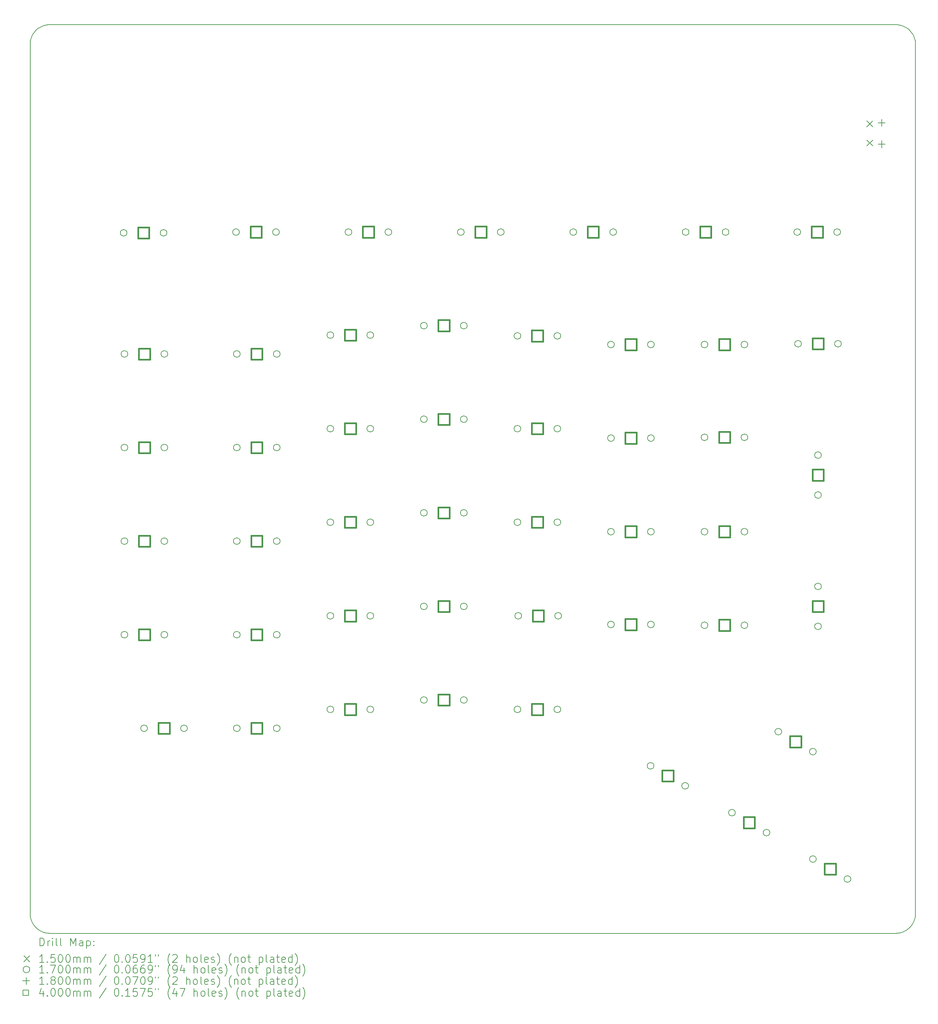
<source format=gbr>
%TF.GenerationSoftware,KiCad,Pcbnew,6.0.9-8da3e8f707~116~ubuntu20.04.1*%
%TF.CreationDate,2022-11-04T11:59:02+01:00*%
%TF.ProjectId,98keys-left,39386b65-7973-42d6-9c65-66742e6b6963,rev?*%
%TF.SameCoordinates,Original*%
%TF.FileFunction,Drillmap*%
%TF.FilePolarity,Positive*%
%FSLAX45Y45*%
G04 Gerber Fmt 4.5, Leading zero omitted, Abs format (unit mm)*
G04 Created by KiCad (PCBNEW 6.0.9-8da3e8f707~116~ubuntu20.04.1) date 2022-11-04 11:59:02*
%MOMM*%
%LPD*%
G01*
G04 APERTURE LIST*
%ADD10C,0.200000*%
%ADD11C,0.150000*%
%ADD12C,0.170000*%
%ADD13C,0.180000*%
%ADD14C,0.400000*%
G04 APERTURE END LIST*
D10*
X24559900Y-26942493D02*
X24558400Y-26981768D01*
X2087941Y-4607000D02*
X2107096Y-4572700D01*
X2306498Y-27388014D02*
X2272185Y-27368859D01*
X2208795Y-27322695D02*
X2179994Y-27296099D01*
X2129006Y-27236430D02*
X2107096Y-27203770D01*
X24464400Y-4540100D02*
X24486200Y-4572700D01*
X24384600Y-27322695D02*
X24353700Y-27347086D01*
X24321100Y-27368859D02*
X24286900Y-27388014D01*
X2057900Y-27096971D02*
X2047289Y-27059213D01*
X2071542Y-27133904D02*
X2057900Y-27096971D01*
X2208795Y-4453700D02*
X2239663Y-4429500D01*
X2129006Y-4540100D02*
X2153260Y-4509300D01*
X24521700Y-4642700D02*
X24535300Y-4679400D01*
X24099100Y-27441068D02*
X24059800Y-27442584D01*
X2378983Y-27418055D02*
X2342189Y-27404550D01*
X2035024Y-26981768D02*
X2033508Y-26942493D01*
X24138100Y-4340200D02*
X24176500Y-4347800D01*
X24176500Y-27428666D02*
X24138100Y-27436383D01*
X24286900Y-27388014D02*
X24251200Y-27404550D01*
X24321100Y-4407600D02*
X24353700Y-4429500D01*
X24251200Y-4372000D02*
X24286900Y-4388400D01*
X2039710Y-27020768D02*
X2035024Y-26981768D01*
X2239663Y-27347086D02*
X2208795Y-27322695D01*
X2153260Y-4509300D02*
X2179994Y-4480500D01*
X24440000Y-27267160D02*
X24413400Y-27296099D01*
X2533598Y-4334000D02*
X24059800Y-4334000D01*
X24521700Y-27133904D02*
X24505300Y-27169595D01*
X24440000Y-4509300D02*
X24464400Y-4540100D01*
X2455190Y-4340200D02*
X2494186Y-4335500D01*
X24138100Y-27436383D02*
X24099100Y-27441068D01*
X24559900Y-4834100D02*
X24559900Y-26942493D01*
X2153260Y-27267160D02*
X2129006Y-27236430D01*
X24486200Y-27203770D02*
X24464400Y-27236430D01*
X2107096Y-4572700D02*
X2129006Y-4540100D01*
X24353700Y-27347086D02*
X24321100Y-27368859D01*
X24558400Y-4794700D02*
X24559900Y-4834100D01*
X2378983Y-4358400D02*
X2416740Y-4347800D01*
X2035024Y-4794700D02*
X2039710Y-4755700D01*
X2057900Y-4679400D02*
X2071542Y-4642700D01*
X2087941Y-27169595D02*
X2071542Y-27133904D01*
X2033508Y-4834100D02*
X2035024Y-4794700D01*
X2179994Y-27296099D02*
X2153260Y-27267160D01*
X24099100Y-4335500D02*
X24138100Y-4340200D01*
X24251200Y-27404550D02*
X24214400Y-27418055D01*
X2416740Y-4347800D02*
X2455190Y-4340200D01*
X24413400Y-27296099D02*
X24384600Y-27322695D01*
X24546100Y-4717200D02*
X24553700Y-4755700D01*
X2494186Y-27441068D02*
X2455190Y-27436383D01*
X2179994Y-4480500D02*
X2208795Y-4453700D01*
X24353700Y-4429500D02*
X24384600Y-4453700D01*
X24505300Y-27169595D02*
X24486200Y-27203770D01*
X2039710Y-4755700D02*
X2047289Y-4717200D01*
X2033508Y-26942493D02*
X2033508Y-4834100D01*
X2071542Y-4642700D02*
X2087941Y-4607000D01*
X2494186Y-4335500D02*
X2533598Y-4334000D01*
X2047289Y-4717200D02*
X2057900Y-4679400D01*
X24286900Y-4388400D02*
X24321100Y-4407600D01*
X2047289Y-27059213D02*
X2039710Y-27020768D01*
X2107096Y-27203770D02*
X2087941Y-27169595D01*
X24535300Y-4679400D02*
X24546100Y-4717200D01*
X2306498Y-4388400D02*
X2342189Y-4372000D01*
X2239663Y-4429500D02*
X2272185Y-4407600D01*
X24553700Y-4755700D02*
X24558400Y-4794700D01*
X24214400Y-27418055D02*
X24176500Y-27428666D01*
X24214400Y-4358400D02*
X24251200Y-4372000D01*
X2455190Y-27436383D02*
X2416740Y-27428666D01*
X2272185Y-4407600D02*
X2306498Y-4388400D01*
X24535300Y-27096971D02*
X24521700Y-27133904D01*
X2272185Y-27368859D02*
X2239663Y-27347086D01*
X24413400Y-4480500D02*
X24440000Y-4509300D01*
X24464400Y-27236430D02*
X24440000Y-27267160D01*
X24176500Y-4347800D02*
X24214400Y-4358400D01*
X24486200Y-4572700D02*
X24505300Y-4607000D01*
X24059800Y-4334000D02*
X24099100Y-4335500D01*
X2533598Y-27442584D02*
X2494186Y-27441068D01*
X2416740Y-27428666D02*
X2378983Y-27418055D01*
X24558400Y-26981768D02*
X24553700Y-27020768D01*
X24546100Y-27059213D02*
X24535300Y-27096971D01*
X24059800Y-27442584D02*
X2533598Y-27442584D01*
X24505300Y-4607000D02*
X24521700Y-4642700D01*
X2342189Y-4372000D02*
X2378983Y-4358400D01*
X2342189Y-27404550D02*
X2306498Y-27388014D01*
X24553700Y-27020768D02*
X24546100Y-27059213D01*
X24384600Y-4453700D02*
X24413400Y-4480500D01*
D11*
X23322000Y-6782500D02*
X23472000Y-6932500D01*
X23472000Y-6782500D02*
X23322000Y-6932500D01*
X23322000Y-7267500D02*
X23472000Y-7417500D01*
X23472000Y-7267500D02*
X23322000Y-7417500D01*
D12*
X4497000Y-9628000D02*
G75*
G03*
X4497000Y-9628000I-85000J0D01*
G01*
X4517000Y-12708000D02*
G75*
G03*
X4517000Y-12708000I-85000J0D01*
G01*
X4517000Y-15088000D02*
G75*
G03*
X4517000Y-15088000I-85000J0D01*
G01*
X4517000Y-17468000D02*
G75*
G03*
X4517000Y-17468000I-85000J0D01*
G01*
X4517000Y-19848000D02*
G75*
G03*
X4517000Y-19848000I-85000J0D01*
G01*
X5017000Y-22228000D02*
G75*
G03*
X5017000Y-22228000I-85000J0D01*
G01*
X5513000Y-9628000D02*
G75*
G03*
X5513000Y-9628000I-85000J0D01*
G01*
X5533000Y-12708000D02*
G75*
G03*
X5533000Y-12708000I-85000J0D01*
G01*
X5533000Y-15088000D02*
G75*
G03*
X5533000Y-15088000I-85000J0D01*
G01*
X5533000Y-17468000D02*
G75*
G03*
X5533000Y-17468000I-85000J0D01*
G01*
X5533000Y-19848000D02*
G75*
G03*
X5533000Y-19848000I-85000J0D01*
G01*
X6033000Y-22228000D02*
G75*
G03*
X6033000Y-22228000I-85000J0D01*
G01*
X7357000Y-9608000D02*
G75*
G03*
X7357000Y-9608000I-85000J0D01*
G01*
X7377000Y-12708000D02*
G75*
G03*
X7377000Y-12708000I-85000J0D01*
G01*
X7377000Y-15088000D02*
G75*
G03*
X7377000Y-15088000I-85000J0D01*
G01*
X7377000Y-17468000D02*
G75*
G03*
X7377000Y-17468000I-85000J0D01*
G01*
X7377000Y-19848000D02*
G75*
G03*
X7377000Y-19848000I-85000J0D01*
G01*
X7377000Y-22228000D02*
G75*
G03*
X7377000Y-22228000I-85000J0D01*
G01*
X8373000Y-9608000D02*
G75*
G03*
X8373000Y-9608000I-85000J0D01*
G01*
X8393000Y-12708000D02*
G75*
G03*
X8393000Y-12708000I-85000J0D01*
G01*
X8393000Y-15088000D02*
G75*
G03*
X8393000Y-15088000I-85000J0D01*
G01*
X8393000Y-17468000D02*
G75*
G03*
X8393000Y-17468000I-85000J0D01*
G01*
X8393000Y-19848000D02*
G75*
G03*
X8393000Y-19848000I-85000J0D01*
G01*
X8393000Y-22228000D02*
G75*
G03*
X8393000Y-22228000I-85000J0D01*
G01*
X9757000Y-12228000D02*
G75*
G03*
X9757000Y-12228000I-85000J0D01*
G01*
X9757000Y-14608000D02*
G75*
G03*
X9757000Y-14608000I-85000J0D01*
G01*
X9757000Y-16988000D02*
G75*
G03*
X9757000Y-16988000I-85000J0D01*
G01*
X9757000Y-19368000D02*
G75*
G03*
X9757000Y-19368000I-85000J0D01*
G01*
X9757000Y-21748000D02*
G75*
G03*
X9757000Y-21748000I-85000J0D01*
G01*
X10217000Y-9608000D02*
G75*
G03*
X10217000Y-9608000I-85000J0D01*
G01*
X10773000Y-12228000D02*
G75*
G03*
X10773000Y-12228000I-85000J0D01*
G01*
X10773000Y-14608000D02*
G75*
G03*
X10773000Y-14608000I-85000J0D01*
G01*
X10773000Y-16988000D02*
G75*
G03*
X10773000Y-16988000I-85000J0D01*
G01*
X10773000Y-19368000D02*
G75*
G03*
X10773000Y-19368000I-85000J0D01*
G01*
X10773000Y-21748000D02*
G75*
G03*
X10773000Y-21748000I-85000J0D01*
G01*
X11233000Y-9608000D02*
G75*
G03*
X11233000Y-9608000I-85000J0D01*
G01*
X12137000Y-11988000D02*
G75*
G03*
X12137000Y-11988000I-85000J0D01*
G01*
X12137000Y-14368000D02*
G75*
G03*
X12137000Y-14368000I-85000J0D01*
G01*
X12137000Y-16748000D02*
G75*
G03*
X12137000Y-16748000I-85000J0D01*
G01*
X12137000Y-19128000D02*
G75*
G03*
X12137000Y-19128000I-85000J0D01*
G01*
X12137000Y-21508000D02*
G75*
G03*
X12137000Y-21508000I-85000J0D01*
G01*
X13077000Y-9608000D02*
G75*
G03*
X13077000Y-9608000I-85000J0D01*
G01*
X13153000Y-11988000D02*
G75*
G03*
X13153000Y-11988000I-85000J0D01*
G01*
X13153000Y-14368000D02*
G75*
G03*
X13153000Y-14368000I-85000J0D01*
G01*
X13153000Y-16748000D02*
G75*
G03*
X13153000Y-16748000I-85000J0D01*
G01*
X13153000Y-19128000D02*
G75*
G03*
X13153000Y-19128000I-85000J0D01*
G01*
X13153000Y-21508000D02*
G75*
G03*
X13153000Y-21508000I-85000J0D01*
G01*
X14093000Y-9608000D02*
G75*
G03*
X14093000Y-9608000I-85000J0D01*
G01*
X14517000Y-12248000D02*
G75*
G03*
X14517000Y-12248000I-85000J0D01*
G01*
X14517000Y-14608000D02*
G75*
G03*
X14517000Y-14608000I-85000J0D01*
G01*
X14517000Y-16988000D02*
G75*
G03*
X14517000Y-16988000I-85000J0D01*
G01*
X14517000Y-21748000D02*
G75*
G03*
X14517000Y-21748000I-85000J0D01*
G01*
X14537000Y-19368000D02*
G75*
G03*
X14537000Y-19368000I-85000J0D01*
G01*
X15533000Y-12248000D02*
G75*
G03*
X15533000Y-12248000I-85000J0D01*
G01*
X15533000Y-14608000D02*
G75*
G03*
X15533000Y-14608000I-85000J0D01*
G01*
X15533000Y-16988000D02*
G75*
G03*
X15533000Y-16988000I-85000J0D01*
G01*
X15533000Y-21748000D02*
G75*
G03*
X15533000Y-21748000I-85000J0D01*
G01*
X15553000Y-19368000D02*
G75*
G03*
X15553000Y-19368000I-85000J0D01*
G01*
X15937000Y-9608000D02*
G75*
G03*
X15937000Y-9608000I-85000J0D01*
G01*
X16897000Y-12468000D02*
G75*
G03*
X16897000Y-12468000I-85000J0D01*
G01*
X16897000Y-14848000D02*
G75*
G03*
X16897000Y-14848000I-85000J0D01*
G01*
X16897000Y-17228000D02*
G75*
G03*
X16897000Y-17228000I-85000J0D01*
G01*
X16897000Y-19588000D02*
G75*
G03*
X16897000Y-19588000I-85000J0D01*
G01*
X16953000Y-9608000D02*
G75*
G03*
X16953000Y-9608000I-85000J0D01*
G01*
X17905089Y-23184041D02*
G75*
G03*
X17905089Y-23184041I-85000J0D01*
G01*
X17913000Y-12468000D02*
G75*
G03*
X17913000Y-12468000I-85000J0D01*
G01*
X17913000Y-14848000D02*
G75*
G03*
X17913000Y-14848000I-85000J0D01*
G01*
X17913000Y-17228000D02*
G75*
G03*
X17913000Y-17228000I-85000J0D01*
G01*
X17913000Y-19588000D02*
G75*
G03*
X17913000Y-19588000I-85000J0D01*
G01*
X18784971Y-23692041D02*
G75*
G03*
X18784971Y-23692041I-85000J0D01*
G01*
X18797000Y-9608000D02*
G75*
G03*
X18797000Y-9608000I-85000J0D01*
G01*
X19277000Y-12468000D02*
G75*
G03*
X19277000Y-12468000I-85000J0D01*
G01*
X19277000Y-14828000D02*
G75*
G03*
X19277000Y-14828000I-85000J0D01*
G01*
X19277000Y-17228000D02*
G75*
G03*
X19277000Y-17228000I-85000J0D01*
G01*
X19277000Y-19608000D02*
G75*
G03*
X19277000Y-19608000I-85000J0D01*
G01*
X19813000Y-9608000D02*
G75*
G03*
X19813000Y-9608000I-85000J0D01*
G01*
X19975089Y-24374041D02*
G75*
G03*
X19975089Y-24374041I-85000J0D01*
G01*
X20293000Y-12468000D02*
G75*
G03*
X20293000Y-12468000I-85000J0D01*
G01*
X20293000Y-14828000D02*
G75*
G03*
X20293000Y-14828000I-85000J0D01*
G01*
X20293000Y-17228000D02*
G75*
G03*
X20293000Y-17228000I-85000J0D01*
G01*
X20293000Y-19608000D02*
G75*
G03*
X20293000Y-19608000I-85000J0D01*
G01*
X20854971Y-24882041D02*
G75*
G03*
X20854971Y-24882041I-85000J0D01*
G01*
X21155089Y-22314041D02*
G75*
G03*
X21155089Y-22314041I-85000J0D01*
G01*
X21637000Y-9608000D02*
G75*
G03*
X21637000Y-9608000I-85000J0D01*
G01*
X21657000Y-12448000D02*
G75*
G03*
X21657000Y-12448000I-85000J0D01*
G01*
X22034971Y-22822041D02*
G75*
G03*
X22034971Y-22822041I-85000J0D01*
G01*
X22035089Y-25554041D02*
G75*
G03*
X22035089Y-25554041I-85000J0D01*
G01*
X22165000Y-15280000D02*
G75*
G03*
X22165000Y-15280000I-85000J0D01*
G01*
X22165000Y-16296000D02*
G75*
G03*
X22165000Y-16296000I-85000J0D01*
G01*
X22165000Y-18620000D02*
G75*
G03*
X22165000Y-18620000I-85000J0D01*
G01*
X22165000Y-19636000D02*
G75*
G03*
X22165000Y-19636000I-85000J0D01*
G01*
X22653000Y-9608000D02*
G75*
G03*
X22653000Y-9608000I-85000J0D01*
G01*
X22673000Y-12448000D02*
G75*
G03*
X22673000Y-12448000I-85000J0D01*
G01*
X22914970Y-26062041D02*
G75*
G03*
X22914970Y-26062041I-85000J0D01*
G01*
D13*
X23700000Y-6737500D02*
X23700000Y-6917500D01*
X23610000Y-6827500D02*
X23790000Y-6827500D01*
X23700000Y-7282500D02*
X23700000Y-7462500D01*
X23610000Y-7372500D02*
X23790000Y-7372500D01*
D14*
X5061423Y-9769423D02*
X5061423Y-9486577D01*
X4778577Y-9486577D01*
X4778577Y-9769423D01*
X5061423Y-9769423D01*
X5081423Y-12849423D02*
X5081423Y-12566577D01*
X4798577Y-12566577D01*
X4798577Y-12849423D01*
X5081423Y-12849423D01*
X5081423Y-15229423D02*
X5081423Y-14946577D01*
X4798577Y-14946577D01*
X4798577Y-15229423D01*
X5081423Y-15229423D01*
X5081423Y-17609423D02*
X5081423Y-17326577D01*
X4798577Y-17326577D01*
X4798577Y-17609423D01*
X5081423Y-17609423D01*
X5081423Y-19989423D02*
X5081423Y-19706577D01*
X4798577Y-19706577D01*
X4798577Y-19989423D01*
X5081423Y-19989423D01*
X5581423Y-22369423D02*
X5581423Y-22086577D01*
X5298577Y-22086577D01*
X5298577Y-22369423D01*
X5581423Y-22369423D01*
X7921423Y-9749423D02*
X7921423Y-9466577D01*
X7638577Y-9466577D01*
X7638577Y-9749423D01*
X7921423Y-9749423D01*
X7941423Y-12849423D02*
X7941423Y-12566577D01*
X7658577Y-12566577D01*
X7658577Y-12849423D01*
X7941423Y-12849423D01*
X7941423Y-15229423D02*
X7941423Y-14946577D01*
X7658577Y-14946577D01*
X7658577Y-15229423D01*
X7941423Y-15229423D01*
X7941423Y-17609423D02*
X7941423Y-17326577D01*
X7658577Y-17326577D01*
X7658577Y-17609423D01*
X7941423Y-17609423D01*
X7941423Y-19989423D02*
X7941423Y-19706577D01*
X7658577Y-19706577D01*
X7658577Y-19989423D01*
X7941423Y-19989423D01*
X7941423Y-22369423D02*
X7941423Y-22086577D01*
X7658577Y-22086577D01*
X7658577Y-22369423D01*
X7941423Y-22369423D01*
X10321423Y-12369423D02*
X10321423Y-12086577D01*
X10038577Y-12086577D01*
X10038577Y-12369423D01*
X10321423Y-12369423D01*
X10321423Y-14749423D02*
X10321423Y-14466577D01*
X10038577Y-14466577D01*
X10038577Y-14749423D01*
X10321423Y-14749423D01*
X10321423Y-17129423D02*
X10321423Y-16846577D01*
X10038577Y-16846577D01*
X10038577Y-17129423D01*
X10321423Y-17129423D01*
X10321423Y-19509423D02*
X10321423Y-19226577D01*
X10038577Y-19226577D01*
X10038577Y-19509423D01*
X10321423Y-19509423D01*
X10321423Y-21889423D02*
X10321423Y-21606577D01*
X10038577Y-21606577D01*
X10038577Y-21889423D01*
X10321423Y-21889423D01*
X10781423Y-9749423D02*
X10781423Y-9466577D01*
X10498577Y-9466577D01*
X10498577Y-9749423D01*
X10781423Y-9749423D01*
X12701423Y-12129423D02*
X12701423Y-11846577D01*
X12418577Y-11846577D01*
X12418577Y-12129423D01*
X12701423Y-12129423D01*
X12701423Y-14509423D02*
X12701423Y-14226577D01*
X12418577Y-14226577D01*
X12418577Y-14509423D01*
X12701423Y-14509423D01*
X12701423Y-16889423D02*
X12701423Y-16606577D01*
X12418577Y-16606577D01*
X12418577Y-16889423D01*
X12701423Y-16889423D01*
X12701423Y-19269423D02*
X12701423Y-18986577D01*
X12418577Y-18986577D01*
X12418577Y-19269423D01*
X12701423Y-19269423D01*
X12701423Y-21649423D02*
X12701423Y-21366577D01*
X12418577Y-21366577D01*
X12418577Y-21649423D01*
X12701423Y-21649423D01*
X13641423Y-9749423D02*
X13641423Y-9466577D01*
X13358577Y-9466577D01*
X13358577Y-9749423D01*
X13641423Y-9749423D01*
X15081423Y-12389423D02*
X15081423Y-12106577D01*
X14798577Y-12106577D01*
X14798577Y-12389423D01*
X15081423Y-12389423D01*
X15081423Y-14749423D02*
X15081423Y-14466577D01*
X14798577Y-14466577D01*
X14798577Y-14749423D01*
X15081423Y-14749423D01*
X15081423Y-17129423D02*
X15081423Y-16846577D01*
X14798577Y-16846577D01*
X14798577Y-17129423D01*
X15081423Y-17129423D01*
X15081423Y-21889423D02*
X15081423Y-21606577D01*
X14798577Y-21606577D01*
X14798577Y-21889423D01*
X15081423Y-21889423D01*
X15101423Y-19509423D02*
X15101423Y-19226577D01*
X14818577Y-19226577D01*
X14818577Y-19509423D01*
X15101423Y-19509423D01*
X16501423Y-9749423D02*
X16501423Y-9466577D01*
X16218577Y-9466577D01*
X16218577Y-9749423D01*
X16501423Y-9749423D01*
X17461423Y-12609423D02*
X17461423Y-12326577D01*
X17178577Y-12326577D01*
X17178577Y-12609423D01*
X17461423Y-12609423D01*
X17461423Y-14989423D02*
X17461423Y-14706577D01*
X17178577Y-14706577D01*
X17178577Y-14989423D01*
X17461423Y-14989423D01*
X17461423Y-17369423D02*
X17461423Y-17086577D01*
X17178577Y-17086577D01*
X17178577Y-17369423D01*
X17461423Y-17369423D01*
X17461423Y-19729423D02*
X17461423Y-19446577D01*
X17178577Y-19446577D01*
X17178577Y-19729423D01*
X17461423Y-19729423D01*
X18401452Y-23579464D02*
X18401452Y-23296618D01*
X18118607Y-23296618D01*
X18118607Y-23579464D01*
X18401452Y-23579464D01*
X19361423Y-9749423D02*
X19361423Y-9466577D01*
X19078577Y-9466577D01*
X19078577Y-9749423D01*
X19361423Y-9749423D01*
X19841423Y-12609423D02*
X19841423Y-12326577D01*
X19558577Y-12326577D01*
X19558577Y-12609423D01*
X19841423Y-12609423D01*
X19841423Y-14969423D02*
X19841423Y-14686577D01*
X19558577Y-14686577D01*
X19558577Y-14969423D01*
X19841423Y-14969423D01*
X19841423Y-17369423D02*
X19841423Y-17086577D01*
X19558577Y-17086577D01*
X19558577Y-17369423D01*
X19841423Y-17369423D01*
X19841423Y-19749423D02*
X19841423Y-19466577D01*
X19558577Y-19466577D01*
X19558577Y-19749423D01*
X19841423Y-19749423D01*
X20471452Y-24769464D02*
X20471452Y-24486618D01*
X20188607Y-24486618D01*
X20188607Y-24769464D01*
X20471452Y-24769464D01*
X21651452Y-22709464D02*
X21651452Y-22426618D01*
X21368607Y-22426618D01*
X21368607Y-22709464D01*
X21651452Y-22709464D01*
X22201423Y-9749423D02*
X22201423Y-9466577D01*
X21918577Y-9466577D01*
X21918577Y-9749423D01*
X22201423Y-9749423D01*
X22221423Y-12589423D02*
X22221423Y-12306577D01*
X21938577Y-12306577D01*
X21938577Y-12589423D01*
X22221423Y-12589423D01*
X22221423Y-15929423D02*
X22221423Y-15646577D01*
X21938577Y-15646577D01*
X21938577Y-15929423D01*
X22221423Y-15929423D01*
X22221423Y-19269423D02*
X22221423Y-18986577D01*
X21938577Y-18986577D01*
X21938577Y-19269423D01*
X22221423Y-19269423D01*
X22531452Y-25949464D02*
X22531452Y-25666618D01*
X22248607Y-25666618D01*
X22248607Y-25949464D01*
X22531452Y-25949464D01*
D10*
X2281127Y-27763060D02*
X2281127Y-27563060D01*
X2328746Y-27563060D01*
X2357318Y-27572584D01*
X2376366Y-27591632D01*
X2385889Y-27610679D01*
X2395413Y-27648775D01*
X2395413Y-27677346D01*
X2385889Y-27715441D01*
X2376366Y-27734489D01*
X2357318Y-27753537D01*
X2328746Y-27763060D01*
X2281127Y-27763060D01*
X2481127Y-27763060D02*
X2481127Y-27629727D01*
X2481127Y-27667822D02*
X2490651Y-27648775D01*
X2500175Y-27639251D01*
X2519223Y-27629727D01*
X2538270Y-27629727D01*
X2604937Y-27763060D02*
X2604937Y-27629727D01*
X2604937Y-27563060D02*
X2595413Y-27572584D01*
X2604937Y-27582108D01*
X2614461Y-27572584D01*
X2604937Y-27563060D01*
X2604937Y-27582108D01*
X2728746Y-27763060D02*
X2709699Y-27753537D01*
X2700175Y-27734489D01*
X2700175Y-27563060D01*
X2833508Y-27763060D02*
X2814461Y-27753537D01*
X2804937Y-27734489D01*
X2804937Y-27563060D01*
X3062080Y-27763060D02*
X3062080Y-27563060D01*
X3128746Y-27705918D01*
X3195413Y-27563060D01*
X3195413Y-27763060D01*
X3376365Y-27763060D02*
X3376365Y-27658298D01*
X3366842Y-27639251D01*
X3347794Y-27629727D01*
X3309699Y-27629727D01*
X3290651Y-27639251D01*
X3376365Y-27753537D02*
X3357318Y-27763060D01*
X3309699Y-27763060D01*
X3290651Y-27753537D01*
X3281127Y-27734489D01*
X3281127Y-27715441D01*
X3290651Y-27696394D01*
X3309699Y-27686870D01*
X3357318Y-27686870D01*
X3376365Y-27677346D01*
X3471604Y-27629727D02*
X3471604Y-27829727D01*
X3471604Y-27639251D02*
X3490651Y-27629727D01*
X3528746Y-27629727D01*
X3547794Y-27639251D01*
X3557318Y-27648775D01*
X3566842Y-27667822D01*
X3566842Y-27724965D01*
X3557318Y-27744013D01*
X3547794Y-27753537D01*
X3528746Y-27763060D01*
X3490651Y-27763060D01*
X3471604Y-27753537D01*
X3652556Y-27744013D02*
X3662080Y-27753537D01*
X3652556Y-27763060D01*
X3643032Y-27753537D01*
X3652556Y-27744013D01*
X3652556Y-27763060D01*
X3652556Y-27639251D02*
X3662080Y-27648775D01*
X3652556Y-27658298D01*
X3643032Y-27648775D01*
X3652556Y-27639251D01*
X3652556Y-27658298D01*
D11*
X1873508Y-28017584D02*
X2023508Y-28167584D01*
X2023508Y-28017584D02*
X1873508Y-28167584D01*
D10*
X2385889Y-28183060D02*
X2271604Y-28183060D01*
X2328746Y-28183060D02*
X2328746Y-27983060D01*
X2309699Y-28011632D01*
X2290651Y-28030679D01*
X2271604Y-28040203D01*
X2471604Y-28164013D02*
X2481127Y-28173537D01*
X2471604Y-28183060D01*
X2462080Y-28173537D01*
X2471604Y-28164013D01*
X2471604Y-28183060D01*
X2662080Y-27983060D02*
X2566842Y-27983060D01*
X2557318Y-28078298D01*
X2566842Y-28068775D01*
X2585889Y-28059251D01*
X2633508Y-28059251D01*
X2652556Y-28068775D01*
X2662080Y-28078298D01*
X2671604Y-28097346D01*
X2671604Y-28144965D01*
X2662080Y-28164013D01*
X2652556Y-28173537D01*
X2633508Y-28183060D01*
X2585889Y-28183060D01*
X2566842Y-28173537D01*
X2557318Y-28164013D01*
X2795413Y-27983060D02*
X2814461Y-27983060D01*
X2833508Y-27992584D01*
X2843032Y-28002108D01*
X2852556Y-28021156D01*
X2862080Y-28059251D01*
X2862080Y-28106870D01*
X2852556Y-28144965D01*
X2843032Y-28164013D01*
X2833508Y-28173537D01*
X2814461Y-28183060D01*
X2795413Y-28183060D01*
X2776366Y-28173537D01*
X2766842Y-28164013D01*
X2757318Y-28144965D01*
X2747794Y-28106870D01*
X2747794Y-28059251D01*
X2757318Y-28021156D01*
X2766842Y-28002108D01*
X2776366Y-27992584D01*
X2795413Y-27983060D01*
X2985889Y-27983060D02*
X3004937Y-27983060D01*
X3023984Y-27992584D01*
X3033508Y-28002108D01*
X3043032Y-28021156D01*
X3052556Y-28059251D01*
X3052556Y-28106870D01*
X3043032Y-28144965D01*
X3033508Y-28164013D01*
X3023984Y-28173537D01*
X3004937Y-28183060D01*
X2985889Y-28183060D01*
X2966842Y-28173537D01*
X2957318Y-28164013D01*
X2947794Y-28144965D01*
X2938270Y-28106870D01*
X2938270Y-28059251D01*
X2947794Y-28021156D01*
X2957318Y-28002108D01*
X2966842Y-27992584D01*
X2985889Y-27983060D01*
X3138270Y-28183060D02*
X3138270Y-28049727D01*
X3138270Y-28068775D02*
X3147794Y-28059251D01*
X3166842Y-28049727D01*
X3195413Y-28049727D01*
X3214461Y-28059251D01*
X3223984Y-28078298D01*
X3223984Y-28183060D01*
X3223984Y-28078298D02*
X3233508Y-28059251D01*
X3252556Y-28049727D01*
X3281127Y-28049727D01*
X3300175Y-28059251D01*
X3309699Y-28078298D01*
X3309699Y-28183060D01*
X3404937Y-28183060D02*
X3404937Y-28049727D01*
X3404937Y-28068775D02*
X3414461Y-28059251D01*
X3433508Y-28049727D01*
X3462080Y-28049727D01*
X3481127Y-28059251D01*
X3490651Y-28078298D01*
X3490651Y-28183060D01*
X3490651Y-28078298D02*
X3500175Y-28059251D01*
X3519223Y-28049727D01*
X3547794Y-28049727D01*
X3566842Y-28059251D01*
X3576365Y-28078298D01*
X3576365Y-28183060D01*
X3966842Y-27973537D02*
X3795413Y-28230679D01*
X4223985Y-27983060D02*
X4243032Y-27983060D01*
X4262080Y-27992584D01*
X4271604Y-28002108D01*
X4281127Y-28021156D01*
X4290651Y-28059251D01*
X4290651Y-28106870D01*
X4281127Y-28144965D01*
X4271604Y-28164013D01*
X4262080Y-28173537D01*
X4243032Y-28183060D01*
X4223985Y-28183060D01*
X4204937Y-28173537D01*
X4195413Y-28164013D01*
X4185889Y-28144965D01*
X4176365Y-28106870D01*
X4176365Y-28059251D01*
X4185889Y-28021156D01*
X4195413Y-28002108D01*
X4204937Y-27992584D01*
X4223985Y-27983060D01*
X4376366Y-28164013D02*
X4385889Y-28173537D01*
X4376366Y-28183060D01*
X4366842Y-28173537D01*
X4376366Y-28164013D01*
X4376366Y-28183060D01*
X4509699Y-27983060D02*
X4528746Y-27983060D01*
X4547794Y-27992584D01*
X4557318Y-28002108D01*
X4566842Y-28021156D01*
X4576366Y-28059251D01*
X4576366Y-28106870D01*
X4566842Y-28144965D01*
X4557318Y-28164013D01*
X4547794Y-28173537D01*
X4528746Y-28183060D01*
X4509699Y-28183060D01*
X4490651Y-28173537D01*
X4481127Y-28164013D01*
X4471604Y-28144965D01*
X4462080Y-28106870D01*
X4462080Y-28059251D01*
X4471604Y-28021156D01*
X4481127Y-28002108D01*
X4490651Y-27992584D01*
X4509699Y-27983060D01*
X4757318Y-27983060D02*
X4662080Y-27983060D01*
X4652556Y-28078298D01*
X4662080Y-28068775D01*
X4681127Y-28059251D01*
X4728746Y-28059251D01*
X4747794Y-28068775D01*
X4757318Y-28078298D01*
X4766842Y-28097346D01*
X4766842Y-28144965D01*
X4757318Y-28164013D01*
X4747794Y-28173537D01*
X4728746Y-28183060D01*
X4681127Y-28183060D01*
X4662080Y-28173537D01*
X4652556Y-28164013D01*
X4862080Y-28183060D02*
X4900175Y-28183060D01*
X4919223Y-28173537D01*
X4928746Y-28164013D01*
X4947794Y-28135441D01*
X4957318Y-28097346D01*
X4957318Y-28021156D01*
X4947794Y-28002108D01*
X4938270Y-27992584D01*
X4919223Y-27983060D01*
X4881127Y-27983060D01*
X4862080Y-27992584D01*
X4852556Y-28002108D01*
X4843032Y-28021156D01*
X4843032Y-28068775D01*
X4852556Y-28087822D01*
X4862080Y-28097346D01*
X4881127Y-28106870D01*
X4919223Y-28106870D01*
X4938270Y-28097346D01*
X4947794Y-28087822D01*
X4957318Y-28068775D01*
X5147794Y-28183060D02*
X5033508Y-28183060D01*
X5090651Y-28183060D02*
X5090651Y-27983060D01*
X5071604Y-28011632D01*
X5052556Y-28030679D01*
X5033508Y-28040203D01*
X5223985Y-27983060D02*
X5223985Y-28021156D01*
X5300175Y-27983060D02*
X5300175Y-28021156D01*
X5595413Y-28259251D02*
X5585889Y-28249727D01*
X5566842Y-28221156D01*
X5557318Y-28202108D01*
X5547794Y-28173537D01*
X5538270Y-28125918D01*
X5538270Y-28087822D01*
X5547794Y-28040203D01*
X5557318Y-28011632D01*
X5566842Y-27992584D01*
X5585889Y-27964013D01*
X5595413Y-27954489D01*
X5662080Y-28002108D02*
X5671604Y-27992584D01*
X5690651Y-27983060D01*
X5738270Y-27983060D01*
X5757318Y-27992584D01*
X5766842Y-28002108D01*
X5776365Y-28021156D01*
X5776365Y-28040203D01*
X5766842Y-28068775D01*
X5652556Y-28183060D01*
X5776365Y-28183060D01*
X6014461Y-28183060D02*
X6014461Y-27983060D01*
X6100175Y-28183060D02*
X6100175Y-28078298D01*
X6090651Y-28059251D01*
X6071604Y-28049727D01*
X6043032Y-28049727D01*
X6023984Y-28059251D01*
X6014461Y-28068775D01*
X6223984Y-28183060D02*
X6204937Y-28173537D01*
X6195413Y-28164013D01*
X6185889Y-28144965D01*
X6185889Y-28087822D01*
X6195413Y-28068775D01*
X6204937Y-28059251D01*
X6223984Y-28049727D01*
X6252556Y-28049727D01*
X6271604Y-28059251D01*
X6281127Y-28068775D01*
X6290651Y-28087822D01*
X6290651Y-28144965D01*
X6281127Y-28164013D01*
X6271604Y-28173537D01*
X6252556Y-28183060D01*
X6223984Y-28183060D01*
X6404937Y-28183060D02*
X6385889Y-28173537D01*
X6376365Y-28154489D01*
X6376365Y-27983060D01*
X6557318Y-28173537D02*
X6538270Y-28183060D01*
X6500175Y-28183060D01*
X6481127Y-28173537D01*
X6471604Y-28154489D01*
X6471604Y-28078298D01*
X6481127Y-28059251D01*
X6500175Y-28049727D01*
X6538270Y-28049727D01*
X6557318Y-28059251D01*
X6566842Y-28078298D01*
X6566842Y-28097346D01*
X6471604Y-28116394D01*
X6643032Y-28173537D02*
X6662080Y-28183060D01*
X6700175Y-28183060D01*
X6719223Y-28173537D01*
X6728746Y-28154489D01*
X6728746Y-28144965D01*
X6719223Y-28125918D01*
X6700175Y-28116394D01*
X6671604Y-28116394D01*
X6652556Y-28106870D01*
X6643032Y-28087822D01*
X6643032Y-28078298D01*
X6652556Y-28059251D01*
X6671604Y-28049727D01*
X6700175Y-28049727D01*
X6719223Y-28059251D01*
X6795413Y-28259251D02*
X6804937Y-28249727D01*
X6823984Y-28221156D01*
X6833508Y-28202108D01*
X6843032Y-28173537D01*
X6852556Y-28125918D01*
X6852556Y-28087822D01*
X6843032Y-28040203D01*
X6833508Y-28011632D01*
X6823984Y-27992584D01*
X6804937Y-27964013D01*
X6795413Y-27954489D01*
X7157318Y-28259251D02*
X7147794Y-28249727D01*
X7128746Y-28221156D01*
X7119223Y-28202108D01*
X7109699Y-28173537D01*
X7100175Y-28125918D01*
X7100175Y-28087822D01*
X7109699Y-28040203D01*
X7119223Y-28011632D01*
X7128746Y-27992584D01*
X7147794Y-27964013D01*
X7157318Y-27954489D01*
X7233508Y-28049727D02*
X7233508Y-28183060D01*
X7233508Y-28068775D02*
X7243032Y-28059251D01*
X7262080Y-28049727D01*
X7290651Y-28049727D01*
X7309699Y-28059251D01*
X7319223Y-28078298D01*
X7319223Y-28183060D01*
X7443032Y-28183060D02*
X7423984Y-28173537D01*
X7414461Y-28164013D01*
X7404937Y-28144965D01*
X7404937Y-28087822D01*
X7414461Y-28068775D01*
X7423984Y-28059251D01*
X7443032Y-28049727D01*
X7471604Y-28049727D01*
X7490651Y-28059251D01*
X7500175Y-28068775D01*
X7509699Y-28087822D01*
X7509699Y-28144965D01*
X7500175Y-28164013D01*
X7490651Y-28173537D01*
X7471604Y-28183060D01*
X7443032Y-28183060D01*
X7566842Y-28049727D02*
X7643032Y-28049727D01*
X7595413Y-27983060D02*
X7595413Y-28154489D01*
X7604937Y-28173537D01*
X7623984Y-28183060D01*
X7643032Y-28183060D01*
X7862080Y-28049727D02*
X7862080Y-28249727D01*
X7862080Y-28059251D02*
X7881127Y-28049727D01*
X7919223Y-28049727D01*
X7938270Y-28059251D01*
X7947794Y-28068775D01*
X7957318Y-28087822D01*
X7957318Y-28144965D01*
X7947794Y-28164013D01*
X7938270Y-28173537D01*
X7919223Y-28183060D01*
X7881127Y-28183060D01*
X7862080Y-28173537D01*
X8071604Y-28183060D02*
X8052556Y-28173537D01*
X8043032Y-28154489D01*
X8043032Y-27983060D01*
X8233508Y-28183060D02*
X8233508Y-28078298D01*
X8223984Y-28059251D01*
X8204937Y-28049727D01*
X8166842Y-28049727D01*
X8147794Y-28059251D01*
X8233508Y-28173537D02*
X8214461Y-28183060D01*
X8166842Y-28183060D01*
X8147794Y-28173537D01*
X8138270Y-28154489D01*
X8138270Y-28135441D01*
X8147794Y-28116394D01*
X8166842Y-28106870D01*
X8214461Y-28106870D01*
X8233508Y-28097346D01*
X8300175Y-28049727D02*
X8376365Y-28049727D01*
X8328746Y-27983060D02*
X8328746Y-28154489D01*
X8338270Y-28173537D01*
X8357318Y-28183060D01*
X8376365Y-28183060D01*
X8519223Y-28173537D02*
X8500175Y-28183060D01*
X8462080Y-28183060D01*
X8443032Y-28173537D01*
X8433508Y-28154489D01*
X8433508Y-28078298D01*
X8443032Y-28059251D01*
X8462080Y-28049727D01*
X8500175Y-28049727D01*
X8519223Y-28059251D01*
X8528746Y-28078298D01*
X8528746Y-28097346D01*
X8433508Y-28116394D01*
X8700175Y-28183060D02*
X8700175Y-27983060D01*
X8700175Y-28173537D02*
X8681127Y-28183060D01*
X8643032Y-28183060D01*
X8623985Y-28173537D01*
X8614461Y-28164013D01*
X8604937Y-28144965D01*
X8604937Y-28087822D01*
X8614461Y-28068775D01*
X8623985Y-28059251D01*
X8643032Y-28049727D01*
X8681127Y-28049727D01*
X8700175Y-28059251D01*
X8776366Y-28259251D02*
X8785889Y-28249727D01*
X8804937Y-28221156D01*
X8814461Y-28202108D01*
X8823985Y-28173537D01*
X8833508Y-28125918D01*
X8833508Y-28087822D01*
X8823985Y-28040203D01*
X8814461Y-28011632D01*
X8804937Y-27992584D01*
X8785889Y-27964013D01*
X8776366Y-27954489D01*
D12*
X2023508Y-28362584D02*
G75*
G03*
X2023508Y-28362584I-85000J0D01*
G01*
D10*
X2385889Y-28453060D02*
X2271604Y-28453060D01*
X2328746Y-28453060D02*
X2328746Y-28253060D01*
X2309699Y-28281632D01*
X2290651Y-28300679D01*
X2271604Y-28310203D01*
X2471604Y-28434013D02*
X2481127Y-28443537D01*
X2471604Y-28453060D01*
X2462080Y-28443537D01*
X2471604Y-28434013D01*
X2471604Y-28453060D01*
X2547794Y-28253060D02*
X2681127Y-28253060D01*
X2595413Y-28453060D01*
X2795413Y-28253060D02*
X2814461Y-28253060D01*
X2833508Y-28262584D01*
X2843032Y-28272108D01*
X2852556Y-28291156D01*
X2862080Y-28329251D01*
X2862080Y-28376870D01*
X2852556Y-28414965D01*
X2843032Y-28434013D01*
X2833508Y-28443537D01*
X2814461Y-28453060D01*
X2795413Y-28453060D01*
X2776366Y-28443537D01*
X2766842Y-28434013D01*
X2757318Y-28414965D01*
X2747794Y-28376870D01*
X2747794Y-28329251D01*
X2757318Y-28291156D01*
X2766842Y-28272108D01*
X2776366Y-28262584D01*
X2795413Y-28253060D01*
X2985889Y-28253060D02*
X3004937Y-28253060D01*
X3023984Y-28262584D01*
X3033508Y-28272108D01*
X3043032Y-28291156D01*
X3052556Y-28329251D01*
X3052556Y-28376870D01*
X3043032Y-28414965D01*
X3033508Y-28434013D01*
X3023984Y-28443537D01*
X3004937Y-28453060D01*
X2985889Y-28453060D01*
X2966842Y-28443537D01*
X2957318Y-28434013D01*
X2947794Y-28414965D01*
X2938270Y-28376870D01*
X2938270Y-28329251D01*
X2947794Y-28291156D01*
X2957318Y-28272108D01*
X2966842Y-28262584D01*
X2985889Y-28253060D01*
X3138270Y-28453060D02*
X3138270Y-28319727D01*
X3138270Y-28338775D02*
X3147794Y-28329251D01*
X3166842Y-28319727D01*
X3195413Y-28319727D01*
X3214461Y-28329251D01*
X3223984Y-28348298D01*
X3223984Y-28453060D01*
X3223984Y-28348298D02*
X3233508Y-28329251D01*
X3252556Y-28319727D01*
X3281127Y-28319727D01*
X3300175Y-28329251D01*
X3309699Y-28348298D01*
X3309699Y-28453060D01*
X3404937Y-28453060D02*
X3404937Y-28319727D01*
X3404937Y-28338775D02*
X3414461Y-28329251D01*
X3433508Y-28319727D01*
X3462080Y-28319727D01*
X3481127Y-28329251D01*
X3490651Y-28348298D01*
X3490651Y-28453060D01*
X3490651Y-28348298D02*
X3500175Y-28329251D01*
X3519223Y-28319727D01*
X3547794Y-28319727D01*
X3566842Y-28329251D01*
X3576365Y-28348298D01*
X3576365Y-28453060D01*
X3966842Y-28243537D02*
X3795413Y-28500679D01*
X4223985Y-28253060D02*
X4243032Y-28253060D01*
X4262080Y-28262584D01*
X4271604Y-28272108D01*
X4281127Y-28291156D01*
X4290651Y-28329251D01*
X4290651Y-28376870D01*
X4281127Y-28414965D01*
X4271604Y-28434013D01*
X4262080Y-28443537D01*
X4243032Y-28453060D01*
X4223985Y-28453060D01*
X4204937Y-28443537D01*
X4195413Y-28434013D01*
X4185889Y-28414965D01*
X4176365Y-28376870D01*
X4176365Y-28329251D01*
X4185889Y-28291156D01*
X4195413Y-28272108D01*
X4204937Y-28262584D01*
X4223985Y-28253060D01*
X4376366Y-28434013D02*
X4385889Y-28443537D01*
X4376366Y-28453060D01*
X4366842Y-28443537D01*
X4376366Y-28434013D01*
X4376366Y-28453060D01*
X4509699Y-28253060D02*
X4528746Y-28253060D01*
X4547794Y-28262584D01*
X4557318Y-28272108D01*
X4566842Y-28291156D01*
X4576366Y-28329251D01*
X4576366Y-28376870D01*
X4566842Y-28414965D01*
X4557318Y-28434013D01*
X4547794Y-28443537D01*
X4528746Y-28453060D01*
X4509699Y-28453060D01*
X4490651Y-28443537D01*
X4481127Y-28434013D01*
X4471604Y-28414965D01*
X4462080Y-28376870D01*
X4462080Y-28329251D01*
X4471604Y-28291156D01*
X4481127Y-28272108D01*
X4490651Y-28262584D01*
X4509699Y-28253060D01*
X4747794Y-28253060D02*
X4709699Y-28253060D01*
X4690651Y-28262584D01*
X4681127Y-28272108D01*
X4662080Y-28300679D01*
X4652556Y-28338775D01*
X4652556Y-28414965D01*
X4662080Y-28434013D01*
X4671604Y-28443537D01*
X4690651Y-28453060D01*
X4728746Y-28453060D01*
X4747794Y-28443537D01*
X4757318Y-28434013D01*
X4766842Y-28414965D01*
X4766842Y-28367346D01*
X4757318Y-28348298D01*
X4747794Y-28338775D01*
X4728746Y-28329251D01*
X4690651Y-28329251D01*
X4671604Y-28338775D01*
X4662080Y-28348298D01*
X4652556Y-28367346D01*
X4938270Y-28253060D02*
X4900175Y-28253060D01*
X4881127Y-28262584D01*
X4871604Y-28272108D01*
X4852556Y-28300679D01*
X4843032Y-28338775D01*
X4843032Y-28414965D01*
X4852556Y-28434013D01*
X4862080Y-28443537D01*
X4881127Y-28453060D01*
X4919223Y-28453060D01*
X4938270Y-28443537D01*
X4947794Y-28434013D01*
X4957318Y-28414965D01*
X4957318Y-28367346D01*
X4947794Y-28348298D01*
X4938270Y-28338775D01*
X4919223Y-28329251D01*
X4881127Y-28329251D01*
X4862080Y-28338775D01*
X4852556Y-28348298D01*
X4843032Y-28367346D01*
X5052556Y-28453060D02*
X5090651Y-28453060D01*
X5109699Y-28443537D01*
X5119223Y-28434013D01*
X5138270Y-28405441D01*
X5147794Y-28367346D01*
X5147794Y-28291156D01*
X5138270Y-28272108D01*
X5128746Y-28262584D01*
X5109699Y-28253060D01*
X5071604Y-28253060D01*
X5052556Y-28262584D01*
X5043032Y-28272108D01*
X5033508Y-28291156D01*
X5033508Y-28338775D01*
X5043032Y-28357822D01*
X5052556Y-28367346D01*
X5071604Y-28376870D01*
X5109699Y-28376870D01*
X5128746Y-28367346D01*
X5138270Y-28357822D01*
X5147794Y-28338775D01*
X5223985Y-28253060D02*
X5223985Y-28291156D01*
X5300175Y-28253060D02*
X5300175Y-28291156D01*
X5595413Y-28529251D02*
X5585889Y-28519727D01*
X5566842Y-28491156D01*
X5557318Y-28472108D01*
X5547794Y-28443537D01*
X5538270Y-28395918D01*
X5538270Y-28357822D01*
X5547794Y-28310203D01*
X5557318Y-28281632D01*
X5566842Y-28262584D01*
X5585889Y-28234013D01*
X5595413Y-28224489D01*
X5681127Y-28453060D02*
X5719223Y-28453060D01*
X5738270Y-28443537D01*
X5747794Y-28434013D01*
X5766842Y-28405441D01*
X5776365Y-28367346D01*
X5776365Y-28291156D01*
X5766842Y-28272108D01*
X5757318Y-28262584D01*
X5738270Y-28253060D01*
X5700175Y-28253060D01*
X5681127Y-28262584D01*
X5671604Y-28272108D01*
X5662080Y-28291156D01*
X5662080Y-28338775D01*
X5671604Y-28357822D01*
X5681127Y-28367346D01*
X5700175Y-28376870D01*
X5738270Y-28376870D01*
X5757318Y-28367346D01*
X5766842Y-28357822D01*
X5776365Y-28338775D01*
X5947794Y-28319727D02*
X5947794Y-28453060D01*
X5900175Y-28243537D02*
X5852556Y-28386394D01*
X5976365Y-28386394D01*
X6204937Y-28453060D02*
X6204937Y-28253060D01*
X6290651Y-28453060D02*
X6290651Y-28348298D01*
X6281127Y-28329251D01*
X6262080Y-28319727D01*
X6233508Y-28319727D01*
X6214461Y-28329251D01*
X6204937Y-28338775D01*
X6414461Y-28453060D02*
X6395413Y-28443537D01*
X6385889Y-28434013D01*
X6376365Y-28414965D01*
X6376365Y-28357822D01*
X6385889Y-28338775D01*
X6395413Y-28329251D01*
X6414461Y-28319727D01*
X6443032Y-28319727D01*
X6462080Y-28329251D01*
X6471604Y-28338775D01*
X6481127Y-28357822D01*
X6481127Y-28414965D01*
X6471604Y-28434013D01*
X6462080Y-28443537D01*
X6443032Y-28453060D01*
X6414461Y-28453060D01*
X6595413Y-28453060D02*
X6576365Y-28443537D01*
X6566842Y-28424489D01*
X6566842Y-28253060D01*
X6747794Y-28443537D02*
X6728746Y-28453060D01*
X6690651Y-28453060D01*
X6671604Y-28443537D01*
X6662080Y-28424489D01*
X6662080Y-28348298D01*
X6671604Y-28329251D01*
X6690651Y-28319727D01*
X6728746Y-28319727D01*
X6747794Y-28329251D01*
X6757318Y-28348298D01*
X6757318Y-28367346D01*
X6662080Y-28386394D01*
X6833508Y-28443537D02*
X6852556Y-28453060D01*
X6890651Y-28453060D01*
X6909699Y-28443537D01*
X6919223Y-28424489D01*
X6919223Y-28414965D01*
X6909699Y-28395918D01*
X6890651Y-28386394D01*
X6862080Y-28386394D01*
X6843032Y-28376870D01*
X6833508Y-28357822D01*
X6833508Y-28348298D01*
X6843032Y-28329251D01*
X6862080Y-28319727D01*
X6890651Y-28319727D01*
X6909699Y-28329251D01*
X6985889Y-28529251D02*
X6995413Y-28519727D01*
X7014461Y-28491156D01*
X7023984Y-28472108D01*
X7033508Y-28443537D01*
X7043032Y-28395918D01*
X7043032Y-28357822D01*
X7033508Y-28310203D01*
X7023984Y-28281632D01*
X7014461Y-28262584D01*
X6995413Y-28234013D01*
X6985889Y-28224489D01*
X7347794Y-28529251D02*
X7338270Y-28519727D01*
X7319223Y-28491156D01*
X7309699Y-28472108D01*
X7300175Y-28443537D01*
X7290651Y-28395918D01*
X7290651Y-28357822D01*
X7300175Y-28310203D01*
X7309699Y-28281632D01*
X7319223Y-28262584D01*
X7338270Y-28234013D01*
X7347794Y-28224489D01*
X7423984Y-28319727D02*
X7423984Y-28453060D01*
X7423984Y-28338775D02*
X7433508Y-28329251D01*
X7452556Y-28319727D01*
X7481127Y-28319727D01*
X7500175Y-28329251D01*
X7509699Y-28348298D01*
X7509699Y-28453060D01*
X7633508Y-28453060D02*
X7614461Y-28443537D01*
X7604937Y-28434013D01*
X7595413Y-28414965D01*
X7595413Y-28357822D01*
X7604937Y-28338775D01*
X7614461Y-28329251D01*
X7633508Y-28319727D01*
X7662080Y-28319727D01*
X7681127Y-28329251D01*
X7690651Y-28338775D01*
X7700175Y-28357822D01*
X7700175Y-28414965D01*
X7690651Y-28434013D01*
X7681127Y-28443537D01*
X7662080Y-28453060D01*
X7633508Y-28453060D01*
X7757318Y-28319727D02*
X7833508Y-28319727D01*
X7785889Y-28253060D02*
X7785889Y-28424489D01*
X7795413Y-28443537D01*
X7814461Y-28453060D01*
X7833508Y-28453060D01*
X8052556Y-28319727D02*
X8052556Y-28519727D01*
X8052556Y-28329251D02*
X8071604Y-28319727D01*
X8109699Y-28319727D01*
X8128746Y-28329251D01*
X8138270Y-28338775D01*
X8147794Y-28357822D01*
X8147794Y-28414965D01*
X8138270Y-28434013D01*
X8128746Y-28443537D01*
X8109699Y-28453060D01*
X8071604Y-28453060D01*
X8052556Y-28443537D01*
X8262080Y-28453060D02*
X8243032Y-28443537D01*
X8233508Y-28424489D01*
X8233508Y-28253060D01*
X8423985Y-28453060D02*
X8423985Y-28348298D01*
X8414461Y-28329251D01*
X8395413Y-28319727D01*
X8357318Y-28319727D01*
X8338270Y-28329251D01*
X8423985Y-28443537D02*
X8404937Y-28453060D01*
X8357318Y-28453060D01*
X8338270Y-28443537D01*
X8328746Y-28424489D01*
X8328746Y-28405441D01*
X8338270Y-28386394D01*
X8357318Y-28376870D01*
X8404937Y-28376870D01*
X8423985Y-28367346D01*
X8490651Y-28319727D02*
X8566842Y-28319727D01*
X8519223Y-28253060D02*
X8519223Y-28424489D01*
X8528746Y-28443537D01*
X8547794Y-28453060D01*
X8566842Y-28453060D01*
X8709699Y-28443537D02*
X8690651Y-28453060D01*
X8652556Y-28453060D01*
X8633508Y-28443537D01*
X8623985Y-28424489D01*
X8623985Y-28348298D01*
X8633508Y-28329251D01*
X8652556Y-28319727D01*
X8690651Y-28319727D01*
X8709699Y-28329251D01*
X8719223Y-28348298D01*
X8719223Y-28367346D01*
X8623985Y-28386394D01*
X8890651Y-28453060D02*
X8890651Y-28253060D01*
X8890651Y-28443537D02*
X8871604Y-28453060D01*
X8833508Y-28453060D01*
X8814461Y-28443537D01*
X8804937Y-28434013D01*
X8795413Y-28414965D01*
X8795413Y-28357822D01*
X8804937Y-28338775D01*
X8814461Y-28329251D01*
X8833508Y-28319727D01*
X8871604Y-28319727D01*
X8890651Y-28329251D01*
X8966842Y-28529251D02*
X8976366Y-28519727D01*
X8995413Y-28491156D01*
X9004937Y-28472108D01*
X9014461Y-28443537D01*
X9023985Y-28395918D01*
X9023985Y-28357822D01*
X9014461Y-28310203D01*
X9004937Y-28281632D01*
X8995413Y-28262584D01*
X8976366Y-28234013D01*
X8966842Y-28224489D01*
D13*
X1933508Y-28562584D02*
X1933508Y-28742584D01*
X1843508Y-28652584D02*
X2023508Y-28652584D01*
D10*
X2385889Y-28743060D02*
X2271604Y-28743060D01*
X2328746Y-28743060D02*
X2328746Y-28543060D01*
X2309699Y-28571632D01*
X2290651Y-28590679D01*
X2271604Y-28600203D01*
X2471604Y-28724013D02*
X2481127Y-28733537D01*
X2471604Y-28743060D01*
X2462080Y-28733537D01*
X2471604Y-28724013D01*
X2471604Y-28743060D01*
X2595413Y-28628775D02*
X2576366Y-28619251D01*
X2566842Y-28609727D01*
X2557318Y-28590679D01*
X2557318Y-28581156D01*
X2566842Y-28562108D01*
X2576366Y-28552584D01*
X2595413Y-28543060D01*
X2633508Y-28543060D01*
X2652556Y-28552584D01*
X2662080Y-28562108D01*
X2671604Y-28581156D01*
X2671604Y-28590679D01*
X2662080Y-28609727D01*
X2652556Y-28619251D01*
X2633508Y-28628775D01*
X2595413Y-28628775D01*
X2576366Y-28638298D01*
X2566842Y-28647822D01*
X2557318Y-28666870D01*
X2557318Y-28704965D01*
X2566842Y-28724013D01*
X2576366Y-28733537D01*
X2595413Y-28743060D01*
X2633508Y-28743060D01*
X2652556Y-28733537D01*
X2662080Y-28724013D01*
X2671604Y-28704965D01*
X2671604Y-28666870D01*
X2662080Y-28647822D01*
X2652556Y-28638298D01*
X2633508Y-28628775D01*
X2795413Y-28543060D02*
X2814461Y-28543060D01*
X2833508Y-28552584D01*
X2843032Y-28562108D01*
X2852556Y-28581156D01*
X2862080Y-28619251D01*
X2862080Y-28666870D01*
X2852556Y-28704965D01*
X2843032Y-28724013D01*
X2833508Y-28733537D01*
X2814461Y-28743060D01*
X2795413Y-28743060D01*
X2776366Y-28733537D01*
X2766842Y-28724013D01*
X2757318Y-28704965D01*
X2747794Y-28666870D01*
X2747794Y-28619251D01*
X2757318Y-28581156D01*
X2766842Y-28562108D01*
X2776366Y-28552584D01*
X2795413Y-28543060D01*
X2985889Y-28543060D02*
X3004937Y-28543060D01*
X3023984Y-28552584D01*
X3033508Y-28562108D01*
X3043032Y-28581156D01*
X3052556Y-28619251D01*
X3052556Y-28666870D01*
X3043032Y-28704965D01*
X3033508Y-28724013D01*
X3023984Y-28733537D01*
X3004937Y-28743060D01*
X2985889Y-28743060D01*
X2966842Y-28733537D01*
X2957318Y-28724013D01*
X2947794Y-28704965D01*
X2938270Y-28666870D01*
X2938270Y-28619251D01*
X2947794Y-28581156D01*
X2957318Y-28562108D01*
X2966842Y-28552584D01*
X2985889Y-28543060D01*
X3138270Y-28743060D02*
X3138270Y-28609727D01*
X3138270Y-28628775D02*
X3147794Y-28619251D01*
X3166842Y-28609727D01*
X3195413Y-28609727D01*
X3214461Y-28619251D01*
X3223984Y-28638298D01*
X3223984Y-28743060D01*
X3223984Y-28638298D02*
X3233508Y-28619251D01*
X3252556Y-28609727D01*
X3281127Y-28609727D01*
X3300175Y-28619251D01*
X3309699Y-28638298D01*
X3309699Y-28743060D01*
X3404937Y-28743060D02*
X3404937Y-28609727D01*
X3404937Y-28628775D02*
X3414461Y-28619251D01*
X3433508Y-28609727D01*
X3462080Y-28609727D01*
X3481127Y-28619251D01*
X3490651Y-28638298D01*
X3490651Y-28743060D01*
X3490651Y-28638298D02*
X3500175Y-28619251D01*
X3519223Y-28609727D01*
X3547794Y-28609727D01*
X3566842Y-28619251D01*
X3576365Y-28638298D01*
X3576365Y-28743060D01*
X3966842Y-28533537D02*
X3795413Y-28790679D01*
X4223985Y-28543060D02*
X4243032Y-28543060D01*
X4262080Y-28552584D01*
X4271604Y-28562108D01*
X4281127Y-28581156D01*
X4290651Y-28619251D01*
X4290651Y-28666870D01*
X4281127Y-28704965D01*
X4271604Y-28724013D01*
X4262080Y-28733537D01*
X4243032Y-28743060D01*
X4223985Y-28743060D01*
X4204937Y-28733537D01*
X4195413Y-28724013D01*
X4185889Y-28704965D01*
X4176365Y-28666870D01*
X4176365Y-28619251D01*
X4185889Y-28581156D01*
X4195413Y-28562108D01*
X4204937Y-28552584D01*
X4223985Y-28543060D01*
X4376366Y-28724013D02*
X4385889Y-28733537D01*
X4376366Y-28743060D01*
X4366842Y-28733537D01*
X4376366Y-28724013D01*
X4376366Y-28743060D01*
X4509699Y-28543060D02*
X4528746Y-28543060D01*
X4547794Y-28552584D01*
X4557318Y-28562108D01*
X4566842Y-28581156D01*
X4576366Y-28619251D01*
X4576366Y-28666870D01*
X4566842Y-28704965D01*
X4557318Y-28724013D01*
X4547794Y-28733537D01*
X4528746Y-28743060D01*
X4509699Y-28743060D01*
X4490651Y-28733537D01*
X4481127Y-28724013D01*
X4471604Y-28704965D01*
X4462080Y-28666870D01*
X4462080Y-28619251D01*
X4471604Y-28581156D01*
X4481127Y-28562108D01*
X4490651Y-28552584D01*
X4509699Y-28543060D01*
X4643032Y-28543060D02*
X4776366Y-28543060D01*
X4690651Y-28743060D01*
X4890651Y-28543060D02*
X4909699Y-28543060D01*
X4928746Y-28552584D01*
X4938270Y-28562108D01*
X4947794Y-28581156D01*
X4957318Y-28619251D01*
X4957318Y-28666870D01*
X4947794Y-28704965D01*
X4938270Y-28724013D01*
X4928746Y-28733537D01*
X4909699Y-28743060D01*
X4890651Y-28743060D01*
X4871604Y-28733537D01*
X4862080Y-28724013D01*
X4852556Y-28704965D01*
X4843032Y-28666870D01*
X4843032Y-28619251D01*
X4852556Y-28581156D01*
X4862080Y-28562108D01*
X4871604Y-28552584D01*
X4890651Y-28543060D01*
X5052556Y-28743060D02*
X5090651Y-28743060D01*
X5109699Y-28733537D01*
X5119223Y-28724013D01*
X5138270Y-28695441D01*
X5147794Y-28657346D01*
X5147794Y-28581156D01*
X5138270Y-28562108D01*
X5128746Y-28552584D01*
X5109699Y-28543060D01*
X5071604Y-28543060D01*
X5052556Y-28552584D01*
X5043032Y-28562108D01*
X5033508Y-28581156D01*
X5033508Y-28628775D01*
X5043032Y-28647822D01*
X5052556Y-28657346D01*
X5071604Y-28666870D01*
X5109699Y-28666870D01*
X5128746Y-28657346D01*
X5138270Y-28647822D01*
X5147794Y-28628775D01*
X5223985Y-28543060D02*
X5223985Y-28581156D01*
X5300175Y-28543060D02*
X5300175Y-28581156D01*
X5595413Y-28819251D02*
X5585889Y-28809727D01*
X5566842Y-28781156D01*
X5557318Y-28762108D01*
X5547794Y-28733537D01*
X5538270Y-28685918D01*
X5538270Y-28647822D01*
X5547794Y-28600203D01*
X5557318Y-28571632D01*
X5566842Y-28552584D01*
X5585889Y-28524013D01*
X5595413Y-28514489D01*
X5662080Y-28562108D02*
X5671604Y-28552584D01*
X5690651Y-28543060D01*
X5738270Y-28543060D01*
X5757318Y-28552584D01*
X5766842Y-28562108D01*
X5776365Y-28581156D01*
X5776365Y-28600203D01*
X5766842Y-28628775D01*
X5652556Y-28743060D01*
X5776365Y-28743060D01*
X6014461Y-28743060D02*
X6014461Y-28543060D01*
X6100175Y-28743060D02*
X6100175Y-28638298D01*
X6090651Y-28619251D01*
X6071604Y-28609727D01*
X6043032Y-28609727D01*
X6023984Y-28619251D01*
X6014461Y-28628775D01*
X6223984Y-28743060D02*
X6204937Y-28733537D01*
X6195413Y-28724013D01*
X6185889Y-28704965D01*
X6185889Y-28647822D01*
X6195413Y-28628775D01*
X6204937Y-28619251D01*
X6223984Y-28609727D01*
X6252556Y-28609727D01*
X6271604Y-28619251D01*
X6281127Y-28628775D01*
X6290651Y-28647822D01*
X6290651Y-28704965D01*
X6281127Y-28724013D01*
X6271604Y-28733537D01*
X6252556Y-28743060D01*
X6223984Y-28743060D01*
X6404937Y-28743060D02*
X6385889Y-28733537D01*
X6376365Y-28714489D01*
X6376365Y-28543060D01*
X6557318Y-28733537D02*
X6538270Y-28743060D01*
X6500175Y-28743060D01*
X6481127Y-28733537D01*
X6471604Y-28714489D01*
X6471604Y-28638298D01*
X6481127Y-28619251D01*
X6500175Y-28609727D01*
X6538270Y-28609727D01*
X6557318Y-28619251D01*
X6566842Y-28638298D01*
X6566842Y-28657346D01*
X6471604Y-28676394D01*
X6643032Y-28733537D02*
X6662080Y-28743060D01*
X6700175Y-28743060D01*
X6719223Y-28733537D01*
X6728746Y-28714489D01*
X6728746Y-28704965D01*
X6719223Y-28685918D01*
X6700175Y-28676394D01*
X6671604Y-28676394D01*
X6652556Y-28666870D01*
X6643032Y-28647822D01*
X6643032Y-28638298D01*
X6652556Y-28619251D01*
X6671604Y-28609727D01*
X6700175Y-28609727D01*
X6719223Y-28619251D01*
X6795413Y-28819251D02*
X6804937Y-28809727D01*
X6823984Y-28781156D01*
X6833508Y-28762108D01*
X6843032Y-28733537D01*
X6852556Y-28685918D01*
X6852556Y-28647822D01*
X6843032Y-28600203D01*
X6833508Y-28571632D01*
X6823984Y-28552584D01*
X6804937Y-28524013D01*
X6795413Y-28514489D01*
X7157318Y-28819251D02*
X7147794Y-28809727D01*
X7128746Y-28781156D01*
X7119223Y-28762108D01*
X7109699Y-28733537D01*
X7100175Y-28685918D01*
X7100175Y-28647822D01*
X7109699Y-28600203D01*
X7119223Y-28571632D01*
X7128746Y-28552584D01*
X7147794Y-28524013D01*
X7157318Y-28514489D01*
X7233508Y-28609727D02*
X7233508Y-28743060D01*
X7233508Y-28628775D02*
X7243032Y-28619251D01*
X7262080Y-28609727D01*
X7290651Y-28609727D01*
X7309699Y-28619251D01*
X7319223Y-28638298D01*
X7319223Y-28743060D01*
X7443032Y-28743060D02*
X7423984Y-28733537D01*
X7414461Y-28724013D01*
X7404937Y-28704965D01*
X7404937Y-28647822D01*
X7414461Y-28628775D01*
X7423984Y-28619251D01*
X7443032Y-28609727D01*
X7471604Y-28609727D01*
X7490651Y-28619251D01*
X7500175Y-28628775D01*
X7509699Y-28647822D01*
X7509699Y-28704965D01*
X7500175Y-28724013D01*
X7490651Y-28733537D01*
X7471604Y-28743060D01*
X7443032Y-28743060D01*
X7566842Y-28609727D02*
X7643032Y-28609727D01*
X7595413Y-28543060D02*
X7595413Y-28714489D01*
X7604937Y-28733537D01*
X7623984Y-28743060D01*
X7643032Y-28743060D01*
X7862080Y-28609727D02*
X7862080Y-28809727D01*
X7862080Y-28619251D02*
X7881127Y-28609727D01*
X7919223Y-28609727D01*
X7938270Y-28619251D01*
X7947794Y-28628775D01*
X7957318Y-28647822D01*
X7957318Y-28704965D01*
X7947794Y-28724013D01*
X7938270Y-28733537D01*
X7919223Y-28743060D01*
X7881127Y-28743060D01*
X7862080Y-28733537D01*
X8071604Y-28743060D02*
X8052556Y-28733537D01*
X8043032Y-28714489D01*
X8043032Y-28543060D01*
X8233508Y-28743060D02*
X8233508Y-28638298D01*
X8223984Y-28619251D01*
X8204937Y-28609727D01*
X8166842Y-28609727D01*
X8147794Y-28619251D01*
X8233508Y-28733537D02*
X8214461Y-28743060D01*
X8166842Y-28743060D01*
X8147794Y-28733537D01*
X8138270Y-28714489D01*
X8138270Y-28695441D01*
X8147794Y-28676394D01*
X8166842Y-28666870D01*
X8214461Y-28666870D01*
X8233508Y-28657346D01*
X8300175Y-28609727D02*
X8376365Y-28609727D01*
X8328746Y-28543060D02*
X8328746Y-28714489D01*
X8338270Y-28733537D01*
X8357318Y-28743060D01*
X8376365Y-28743060D01*
X8519223Y-28733537D02*
X8500175Y-28743060D01*
X8462080Y-28743060D01*
X8443032Y-28733537D01*
X8433508Y-28714489D01*
X8433508Y-28638298D01*
X8443032Y-28619251D01*
X8462080Y-28609727D01*
X8500175Y-28609727D01*
X8519223Y-28619251D01*
X8528746Y-28638298D01*
X8528746Y-28657346D01*
X8433508Y-28676394D01*
X8700175Y-28743060D02*
X8700175Y-28543060D01*
X8700175Y-28733537D02*
X8681127Y-28743060D01*
X8643032Y-28743060D01*
X8623985Y-28733537D01*
X8614461Y-28724013D01*
X8604937Y-28704965D01*
X8604937Y-28647822D01*
X8614461Y-28628775D01*
X8623985Y-28619251D01*
X8643032Y-28609727D01*
X8681127Y-28609727D01*
X8700175Y-28619251D01*
X8776366Y-28819251D02*
X8785889Y-28809727D01*
X8804937Y-28781156D01*
X8814461Y-28762108D01*
X8823985Y-28733537D01*
X8833508Y-28685918D01*
X8833508Y-28647822D01*
X8823985Y-28600203D01*
X8814461Y-28571632D01*
X8804937Y-28552584D01*
X8785889Y-28524013D01*
X8776366Y-28514489D01*
X1994220Y-29023296D02*
X1994220Y-28881873D01*
X1852797Y-28881873D01*
X1852797Y-29023296D01*
X1994220Y-29023296D01*
X2366842Y-28909727D02*
X2366842Y-29043060D01*
X2319223Y-28833537D02*
X2271604Y-28976394D01*
X2395413Y-28976394D01*
X2471604Y-29024013D02*
X2481127Y-29033537D01*
X2471604Y-29043060D01*
X2462080Y-29033537D01*
X2471604Y-29024013D01*
X2471604Y-29043060D01*
X2604937Y-28843060D02*
X2623985Y-28843060D01*
X2643032Y-28852584D01*
X2652556Y-28862108D01*
X2662080Y-28881156D01*
X2671604Y-28919251D01*
X2671604Y-28966870D01*
X2662080Y-29004965D01*
X2652556Y-29024013D01*
X2643032Y-29033537D01*
X2623985Y-29043060D01*
X2604937Y-29043060D01*
X2585889Y-29033537D01*
X2576366Y-29024013D01*
X2566842Y-29004965D01*
X2557318Y-28966870D01*
X2557318Y-28919251D01*
X2566842Y-28881156D01*
X2576366Y-28862108D01*
X2585889Y-28852584D01*
X2604937Y-28843060D01*
X2795413Y-28843060D02*
X2814461Y-28843060D01*
X2833508Y-28852584D01*
X2843032Y-28862108D01*
X2852556Y-28881156D01*
X2862080Y-28919251D01*
X2862080Y-28966870D01*
X2852556Y-29004965D01*
X2843032Y-29024013D01*
X2833508Y-29033537D01*
X2814461Y-29043060D01*
X2795413Y-29043060D01*
X2776366Y-29033537D01*
X2766842Y-29024013D01*
X2757318Y-29004965D01*
X2747794Y-28966870D01*
X2747794Y-28919251D01*
X2757318Y-28881156D01*
X2766842Y-28862108D01*
X2776366Y-28852584D01*
X2795413Y-28843060D01*
X2985889Y-28843060D02*
X3004937Y-28843060D01*
X3023984Y-28852584D01*
X3033508Y-28862108D01*
X3043032Y-28881156D01*
X3052556Y-28919251D01*
X3052556Y-28966870D01*
X3043032Y-29004965D01*
X3033508Y-29024013D01*
X3023984Y-29033537D01*
X3004937Y-29043060D01*
X2985889Y-29043060D01*
X2966842Y-29033537D01*
X2957318Y-29024013D01*
X2947794Y-29004965D01*
X2938270Y-28966870D01*
X2938270Y-28919251D01*
X2947794Y-28881156D01*
X2957318Y-28862108D01*
X2966842Y-28852584D01*
X2985889Y-28843060D01*
X3138270Y-29043060D02*
X3138270Y-28909727D01*
X3138270Y-28928775D02*
X3147794Y-28919251D01*
X3166842Y-28909727D01*
X3195413Y-28909727D01*
X3214461Y-28919251D01*
X3223984Y-28938298D01*
X3223984Y-29043060D01*
X3223984Y-28938298D02*
X3233508Y-28919251D01*
X3252556Y-28909727D01*
X3281127Y-28909727D01*
X3300175Y-28919251D01*
X3309699Y-28938298D01*
X3309699Y-29043060D01*
X3404937Y-29043060D02*
X3404937Y-28909727D01*
X3404937Y-28928775D02*
X3414461Y-28919251D01*
X3433508Y-28909727D01*
X3462080Y-28909727D01*
X3481127Y-28919251D01*
X3490651Y-28938298D01*
X3490651Y-29043060D01*
X3490651Y-28938298D02*
X3500175Y-28919251D01*
X3519223Y-28909727D01*
X3547794Y-28909727D01*
X3566842Y-28919251D01*
X3576365Y-28938298D01*
X3576365Y-29043060D01*
X3966842Y-28833537D02*
X3795413Y-29090679D01*
X4223985Y-28843060D02*
X4243032Y-28843060D01*
X4262080Y-28852584D01*
X4271604Y-28862108D01*
X4281127Y-28881156D01*
X4290651Y-28919251D01*
X4290651Y-28966870D01*
X4281127Y-29004965D01*
X4271604Y-29024013D01*
X4262080Y-29033537D01*
X4243032Y-29043060D01*
X4223985Y-29043060D01*
X4204937Y-29033537D01*
X4195413Y-29024013D01*
X4185889Y-29004965D01*
X4176365Y-28966870D01*
X4176365Y-28919251D01*
X4185889Y-28881156D01*
X4195413Y-28862108D01*
X4204937Y-28852584D01*
X4223985Y-28843060D01*
X4376366Y-29024013D02*
X4385889Y-29033537D01*
X4376366Y-29043060D01*
X4366842Y-29033537D01*
X4376366Y-29024013D01*
X4376366Y-29043060D01*
X4576366Y-29043060D02*
X4462080Y-29043060D01*
X4519223Y-29043060D02*
X4519223Y-28843060D01*
X4500175Y-28871632D01*
X4481127Y-28890679D01*
X4462080Y-28900203D01*
X4757318Y-28843060D02*
X4662080Y-28843060D01*
X4652556Y-28938298D01*
X4662080Y-28928775D01*
X4681127Y-28919251D01*
X4728746Y-28919251D01*
X4747794Y-28928775D01*
X4757318Y-28938298D01*
X4766842Y-28957346D01*
X4766842Y-29004965D01*
X4757318Y-29024013D01*
X4747794Y-29033537D01*
X4728746Y-29043060D01*
X4681127Y-29043060D01*
X4662080Y-29033537D01*
X4652556Y-29024013D01*
X4833508Y-28843060D02*
X4966842Y-28843060D01*
X4881127Y-29043060D01*
X5138270Y-28843060D02*
X5043032Y-28843060D01*
X5033508Y-28938298D01*
X5043032Y-28928775D01*
X5062080Y-28919251D01*
X5109699Y-28919251D01*
X5128746Y-28928775D01*
X5138270Y-28938298D01*
X5147794Y-28957346D01*
X5147794Y-29004965D01*
X5138270Y-29024013D01*
X5128746Y-29033537D01*
X5109699Y-29043060D01*
X5062080Y-29043060D01*
X5043032Y-29033537D01*
X5033508Y-29024013D01*
X5223985Y-28843060D02*
X5223985Y-28881156D01*
X5300175Y-28843060D02*
X5300175Y-28881156D01*
X5595413Y-29119251D02*
X5585889Y-29109727D01*
X5566842Y-29081156D01*
X5557318Y-29062108D01*
X5547794Y-29033537D01*
X5538270Y-28985918D01*
X5538270Y-28947822D01*
X5547794Y-28900203D01*
X5557318Y-28871632D01*
X5566842Y-28852584D01*
X5585889Y-28824013D01*
X5595413Y-28814489D01*
X5757318Y-28909727D02*
X5757318Y-29043060D01*
X5709699Y-28833537D02*
X5662080Y-28976394D01*
X5785889Y-28976394D01*
X5843032Y-28843060D02*
X5976365Y-28843060D01*
X5890651Y-29043060D01*
X6204937Y-29043060D02*
X6204937Y-28843060D01*
X6290651Y-29043060D02*
X6290651Y-28938298D01*
X6281127Y-28919251D01*
X6262080Y-28909727D01*
X6233508Y-28909727D01*
X6214461Y-28919251D01*
X6204937Y-28928775D01*
X6414461Y-29043060D02*
X6395413Y-29033537D01*
X6385889Y-29024013D01*
X6376365Y-29004965D01*
X6376365Y-28947822D01*
X6385889Y-28928775D01*
X6395413Y-28919251D01*
X6414461Y-28909727D01*
X6443032Y-28909727D01*
X6462080Y-28919251D01*
X6471604Y-28928775D01*
X6481127Y-28947822D01*
X6481127Y-29004965D01*
X6471604Y-29024013D01*
X6462080Y-29033537D01*
X6443032Y-29043060D01*
X6414461Y-29043060D01*
X6595413Y-29043060D02*
X6576365Y-29033537D01*
X6566842Y-29014489D01*
X6566842Y-28843060D01*
X6747794Y-29033537D02*
X6728746Y-29043060D01*
X6690651Y-29043060D01*
X6671604Y-29033537D01*
X6662080Y-29014489D01*
X6662080Y-28938298D01*
X6671604Y-28919251D01*
X6690651Y-28909727D01*
X6728746Y-28909727D01*
X6747794Y-28919251D01*
X6757318Y-28938298D01*
X6757318Y-28957346D01*
X6662080Y-28976394D01*
X6833508Y-29033537D02*
X6852556Y-29043060D01*
X6890651Y-29043060D01*
X6909699Y-29033537D01*
X6919223Y-29014489D01*
X6919223Y-29004965D01*
X6909699Y-28985918D01*
X6890651Y-28976394D01*
X6862080Y-28976394D01*
X6843032Y-28966870D01*
X6833508Y-28947822D01*
X6833508Y-28938298D01*
X6843032Y-28919251D01*
X6862080Y-28909727D01*
X6890651Y-28909727D01*
X6909699Y-28919251D01*
X6985889Y-29119251D02*
X6995413Y-29109727D01*
X7014461Y-29081156D01*
X7023984Y-29062108D01*
X7033508Y-29033537D01*
X7043032Y-28985918D01*
X7043032Y-28947822D01*
X7033508Y-28900203D01*
X7023984Y-28871632D01*
X7014461Y-28852584D01*
X6995413Y-28824013D01*
X6985889Y-28814489D01*
X7347794Y-29119251D02*
X7338270Y-29109727D01*
X7319223Y-29081156D01*
X7309699Y-29062108D01*
X7300175Y-29033537D01*
X7290651Y-28985918D01*
X7290651Y-28947822D01*
X7300175Y-28900203D01*
X7309699Y-28871632D01*
X7319223Y-28852584D01*
X7338270Y-28824013D01*
X7347794Y-28814489D01*
X7423984Y-28909727D02*
X7423984Y-29043060D01*
X7423984Y-28928775D02*
X7433508Y-28919251D01*
X7452556Y-28909727D01*
X7481127Y-28909727D01*
X7500175Y-28919251D01*
X7509699Y-28938298D01*
X7509699Y-29043060D01*
X7633508Y-29043060D02*
X7614461Y-29033537D01*
X7604937Y-29024013D01*
X7595413Y-29004965D01*
X7595413Y-28947822D01*
X7604937Y-28928775D01*
X7614461Y-28919251D01*
X7633508Y-28909727D01*
X7662080Y-28909727D01*
X7681127Y-28919251D01*
X7690651Y-28928775D01*
X7700175Y-28947822D01*
X7700175Y-29004965D01*
X7690651Y-29024013D01*
X7681127Y-29033537D01*
X7662080Y-29043060D01*
X7633508Y-29043060D01*
X7757318Y-28909727D02*
X7833508Y-28909727D01*
X7785889Y-28843060D02*
X7785889Y-29014489D01*
X7795413Y-29033537D01*
X7814461Y-29043060D01*
X7833508Y-29043060D01*
X8052556Y-28909727D02*
X8052556Y-29109727D01*
X8052556Y-28919251D02*
X8071604Y-28909727D01*
X8109699Y-28909727D01*
X8128746Y-28919251D01*
X8138270Y-28928775D01*
X8147794Y-28947822D01*
X8147794Y-29004965D01*
X8138270Y-29024013D01*
X8128746Y-29033537D01*
X8109699Y-29043060D01*
X8071604Y-29043060D01*
X8052556Y-29033537D01*
X8262080Y-29043060D02*
X8243032Y-29033537D01*
X8233508Y-29014489D01*
X8233508Y-28843060D01*
X8423985Y-29043060D02*
X8423985Y-28938298D01*
X8414461Y-28919251D01*
X8395413Y-28909727D01*
X8357318Y-28909727D01*
X8338270Y-28919251D01*
X8423985Y-29033537D02*
X8404937Y-29043060D01*
X8357318Y-29043060D01*
X8338270Y-29033537D01*
X8328746Y-29014489D01*
X8328746Y-28995441D01*
X8338270Y-28976394D01*
X8357318Y-28966870D01*
X8404937Y-28966870D01*
X8423985Y-28957346D01*
X8490651Y-28909727D02*
X8566842Y-28909727D01*
X8519223Y-28843060D02*
X8519223Y-29014489D01*
X8528746Y-29033537D01*
X8547794Y-29043060D01*
X8566842Y-29043060D01*
X8709699Y-29033537D02*
X8690651Y-29043060D01*
X8652556Y-29043060D01*
X8633508Y-29033537D01*
X8623985Y-29014489D01*
X8623985Y-28938298D01*
X8633508Y-28919251D01*
X8652556Y-28909727D01*
X8690651Y-28909727D01*
X8709699Y-28919251D01*
X8719223Y-28938298D01*
X8719223Y-28957346D01*
X8623985Y-28976394D01*
X8890651Y-29043060D02*
X8890651Y-28843060D01*
X8890651Y-29033537D02*
X8871604Y-29043060D01*
X8833508Y-29043060D01*
X8814461Y-29033537D01*
X8804937Y-29024013D01*
X8795413Y-29004965D01*
X8795413Y-28947822D01*
X8804937Y-28928775D01*
X8814461Y-28919251D01*
X8833508Y-28909727D01*
X8871604Y-28909727D01*
X8890651Y-28919251D01*
X8966842Y-29119251D02*
X8976366Y-29109727D01*
X8995413Y-29081156D01*
X9004937Y-29062108D01*
X9014461Y-29033537D01*
X9023985Y-28985918D01*
X9023985Y-28947822D01*
X9014461Y-28900203D01*
X9004937Y-28871632D01*
X8995413Y-28852584D01*
X8976366Y-28824013D01*
X8966842Y-28814489D01*
M02*

</source>
